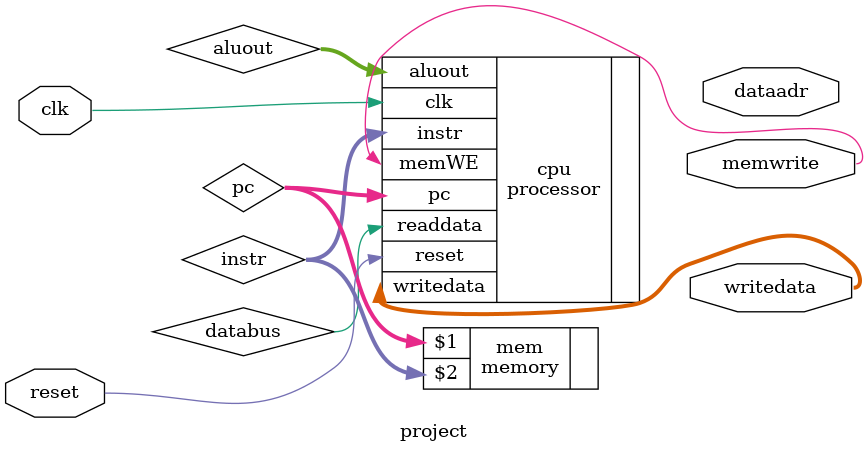
<source format=sv>
`ifndef PROJECT
`define PROJECT

`include "./processor.sv"
`include "./memory.sv"

module project(
    //
    // ---------------- PORT DEFINITIONS ----------------
    //
    input logic clk, reset,
    output logic [7:0] writedata,
    output logic [15:0] dataadr, 
    output logic memwrite,

);

    //
    // ---------------- MODULE DESIGN IMPLEMENTATION ----------------
    //
    logic [15:0] pc, instr;
    logic [7:0] aluout, readdata;
    
    // instantiate processor
    processor cpu(.clk(clk), .reset(reset), .pc(pc), .instr(instr), .memWE(memwrite), .aluout(aluout), .writedata(writedata), .readdata(databus));
    
    // instantiate instruction memory
    memory mem(pc, instr);

endmodule

`endif // MIPSCOMPUTER
</source>
